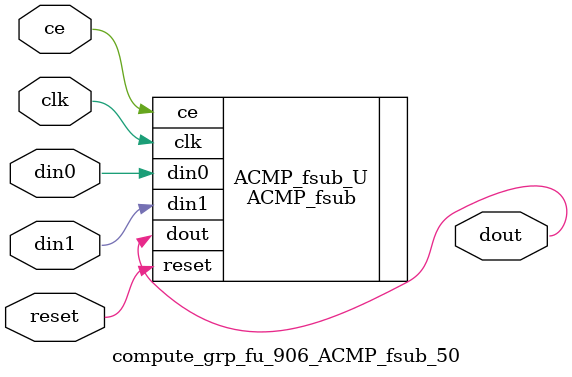
<source format=v>

`timescale 1 ns / 1 ps
module compute_grp_fu_906_ACMP_fsub_50(
    clk,
    reset,
    ce,
    din0,
    din1,
    dout);

parameter ID = 32'd1;
parameter NUM_STAGE = 32'd1;
parameter din0_WIDTH = 32'd1;
parameter din1_WIDTH = 32'd1;
parameter dout_WIDTH = 32'd1;
input clk;
input reset;
input ce;
input[din0_WIDTH - 1:0] din0;
input[din1_WIDTH - 1:0] din1;
output[dout_WIDTH - 1:0] dout;



ACMP_fsub #(
.ID( ID ),
.NUM_STAGE( 4 ),
.din0_WIDTH( din0_WIDTH ),
.din1_WIDTH( din1_WIDTH ),
.dout_WIDTH( dout_WIDTH ))
ACMP_fsub_U(
    .clk( clk ),
    .reset( reset ),
    .ce( ce ),
    .din0( din0 ),
    .din1( din1 ),
    .dout( dout ));

endmodule

</source>
